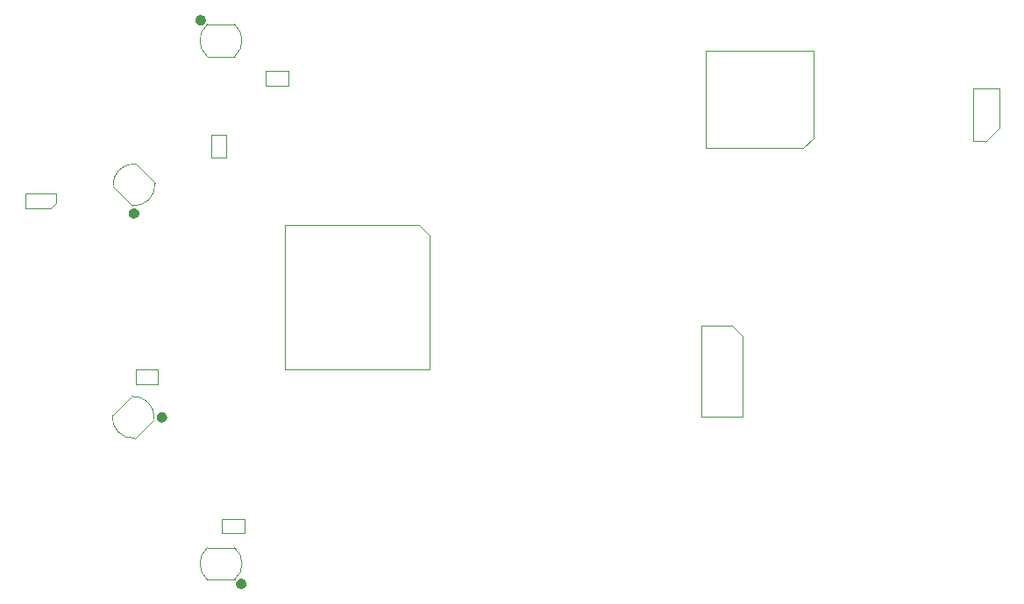
<source format=gbr>
G04 DipTrace 5.1.0.3*
G04 Íèæíÿÿãðàôèêà.gbr*
%MOMM*%
G04 #@! TF.FileFunction,Drawing,Bot*
G04 #@! TF.Part,Single*
%ADD10C,0.12*%
%FSLAX35Y35*%
G04*
G71*
G90*
G75*
G01*
G04 BotAssy*
%LPD*%
X10509740Y6056613D2*
D10*
X10636740Y6056620D1*
X10763733Y6183627D1*
X10763712Y6564627D1*
X10509712Y6564613D1*
X10509740Y6056613D1*
X8970176Y6921316D2*
X7928176Y6921237D1*
X7928248Y5981237D1*
X8870248Y5981309D1*
X8970240Y6081316D1*
X8970176Y6921316D1*
X2199439Y3397170D2*
X2384828Y3582560D1*
G36*
X2643377Y3415619D2*
X2648294Y3419931D1*
X2653733Y3423565D1*
X2659598Y3426457D1*
X2665792Y3428560D1*
X2672206Y3429836D1*
X2678733Y3430263D1*
X2685259Y3429836D1*
X2691673Y3428560D1*
X2697867Y3426457D1*
X2703733Y3423565D1*
X2709171Y3419931D1*
X2714088Y3415619D1*
X2718400Y3410701D1*
X2722034Y3405263D1*
X2724927Y3399398D1*
X2727029Y3393204D1*
X2728305Y3386790D1*
X2728733Y3380263D1*
X2728305Y3373737D1*
X2727029Y3367322D1*
X2724927Y3361129D1*
X2722034Y3355263D1*
X2718400Y3349825D1*
X2714088Y3344908D1*
D1*
X2709171Y3340596D1*
X2703733Y3336962D1*
X2697867Y3334069D1*
X2691673Y3331967D1*
X2685259Y3330691D1*
X2678733Y3330263D1*
X2672206Y3330691D1*
X2665792Y3331967D1*
X2659598Y3334069D1*
X2653733Y3336962D1*
X2648294Y3340596D1*
X2643377Y3344908D1*
X2639065Y3349825D1*
X2635431Y3355263D1*
X2632539Y3361129D1*
X2630436Y3367322D1*
X2629160Y3373737D1*
X2628733Y3380263D1*
X2629160Y3386790D1*
X2630436Y3393204D1*
X2632539Y3399398D1*
X2635431Y3405263D1*
X2639065Y3410701D1*
X2643377Y3415619D1*
D1*
G37*
X2604029Y3363354D2*
D10*
X2418642Y3177967D1*
X2604029Y3363354D2*
G03X2384828Y3582560I-200771J18434D01*
G01*
X2418642Y3177967D2*
G02X2199439Y3397170I-17435J201768D01*
G01*
X2425939Y5831561D2*
X2611332Y5646177D1*
G36*
X2444398Y5387624D2*
X2448710Y5382707D1*
X2452344Y5377269D1*
X2455237Y5371403D1*
X2457339Y5365210D1*
X2458615Y5358795D1*
X2459043Y5352269D1*
X2458615Y5345742D1*
X2457340Y5339328D1*
X2455238Y5333134D1*
X2452345Y5327269D1*
X2448711Y5321830D1*
X2444399Y5316913D1*
X2439482Y5312601D1*
X2434044Y5308967D1*
X2428178Y5306074D1*
X2421985Y5303972D1*
X2415571Y5302695D1*
X2409044Y5302268D1*
X2402518Y5302695D1*
X2396103Y5303971D1*
X2389910Y5306073D1*
X2384044Y5308966D1*
X2378606Y5312599D1*
X2373689Y5316911D1*
D1*
X2369376Y5321828D1*
X2365742Y5327266D1*
X2362850Y5333132D1*
X2360747Y5339325D1*
X2359471Y5345740D1*
X2359043Y5352266D1*
X2359471Y5358793D1*
X2360746Y5365207D1*
X2362849Y5371401D1*
X2365741Y5377266D1*
X2369375Y5382705D1*
X2373687Y5387622D1*
X2378604Y5391934D1*
X2384042Y5395568D1*
X2389908Y5398461D1*
X2396101Y5400563D1*
X2402516Y5401840D1*
X2409042Y5402268D1*
X2415568Y5401840D1*
X2421983Y5400564D1*
X2428176Y5398462D1*
X2434042Y5395569D1*
X2439480Y5391936D1*
X2444398Y5387624D1*
D1*
G37*
X2392132Y5426971D2*
D10*
X2206741Y5612353D1*
X2392132Y5426971D2*
G03X2611332Y5646177I18429J200772D01*
G01*
X2206741Y5612353D2*
G02X2425939Y5831561I201768J17440D01*
G01*
X3118043Y2120060D2*
X3380223Y2120067D1*
G36*
X3445007Y1819202D2*
X3451533Y1818774D1*
X3457948Y1817498D1*
X3464141Y1815396D1*
X3470007Y1812503D1*
X3475445Y1808870D1*
X3480363Y1804558D1*
X3484675Y1799641D1*
X3488309Y1794203D1*
X3491202Y1788337D1*
X3493304Y1782144D1*
X3494580Y1775729D1*
X3495008Y1769203D1*
X3494581Y1762677D1*
X3493305Y1756262D1*
X3491203Y1750069D1*
X3488310Y1744203D1*
X3484677Y1738765D1*
X3480364Y1733847D1*
X3475447Y1729535D1*
X3470009Y1725901D1*
X3464144Y1723008D1*
X3457950Y1720906D1*
X3451536Y1719630D1*
X3445010Y1719202D1*
D1*
X3438483Y1719629D1*
X3432069Y1720905D1*
X3425875Y1723007D1*
X3420009Y1725900D1*
X3414571Y1729533D1*
X3409654Y1733845D1*
X3405341Y1738762D1*
X3401708Y1744200D1*
X3398815Y1750066D1*
X3396712Y1756259D1*
X3395436Y1762674D1*
X3395008Y1769200D1*
X3395436Y1775727D1*
X3396712Y1782141D1*
X3398814Y1788335D1*
X3401706Y1794200D1*
X3405340Y1799639D1*
X3409652Y1804556D1*
X3414569Y1808868D1*
X3420007Y1812502D1*
X3425873Y1815395D1*
X3432066Y1817498D1*
X3438481Y1818774D1*
X3445007Y1819202D1*
D1*
G37*
X3380227Y1810067D2*
D10*
X3118051Y1810060D1*
X3380227Y1810067D2*
G03X3380223Y2120067I-128936J154998D01*
G01*
X3118051Y1810060D2*
G02X3118043Y2120060I130339J155003D01*
G01*
X3380230Y6869866D2*
X3118050Y6869861D1*
G36*
X3053267Y7170727D2*
X3046741Y7171154D1*
X3040326Y7172430D1*
X3034133Y7174532D1*
X3028267Y7177425D1*
X3022829Y7181058D1*
X3017912Y7185371D1*
X3013599Y7190288D1*
X3009966Y7195726D1*
X3007073Y7201592D1*
X3004970Y7207785D1*
X3003694Y7214199D1*
X3003267Y7220726D1*
X3003694Y7227252D1*
X3004970Y7233667D1*
X3007072Y7239860D1*
X3009965Y7245726D1*
X3013598Y7251164D1*
X3017911Y7256081D1*
X3022828Y7260394D1*
X3028266Y7264027D1*
X3034132Y7266920D1*
X3040325Y7269023D1*
X3046739Y7270299D1*
X3053266Y7270727D1*
D1*
X3059792Y7270299D1*
X3066207Y7269023D1*
X3072400Y7266921D1*
X3078266Y7264028D1*
X3083704Y7260395D1*
X3088621Y7256083D1*
X3092934Y7251165D1*
X3096567Y7245727D1*
X3099460Y7239862D1*
X3101563Y7233668D1*
X3102839Y7227254D1*
X3103267Y7220727D1*
X3102839Y7214201D1*
X3101563Y7207786D1*
X3099461Y7201593D1*
X3096568Y7195727D1*
X3092935Y7190289D1*
X3088623Y7185372D1*
X3083705Y7181059D1*
X3078267Y7177426D1*
X3072402Y7174533D1*
X3066208Y7172431D1*
X3059794Y7171154D1*
X3053267Y7170727D1*
D1*
G37*
X3118047Y7179861D2*
D10*
X3380224Y7179866D1*
X3118047Y7179861D2*
G03X3118050Y6869861I128935J-154999D01*
G01*
X3380224Y7179866D2*
G02X3380230Y6869866I-130340J-155002D01*
G01*
X1609970Y5404063D2*
X1656637Y5450730D1*
Y5544063D1*
X1356637D1*
Y5404063D1*
X1609970D1*
X3261034Y2396959D2*
X3261040Y2256959D1*
X3477040Y2256968D1*
X3477034Y2396968D1*
X3261034Y2396959D1*
X3297132Y6109466D2*
X3157132Y6109461D1*
X3157141Y5893461D1*
X3297141Y5893466D1*
X3297132Y6109466D1*
X3684033Y6729457D2*
X3684041Y6589457D1*
X3900041Y6589470D1*
X3900033Y6729470D1*
X3684033Y6729457D1*
X2423235Y3839560D2*
X2423239Y3699560D1*
X2639239Y3699567D1*
X2639235Y3839567D1*
X2423235Y3839560D1*
X3865210Y5240603D2*
Y3840603D1*
X5265210D1*
Y5140603D1*
X5165210Y5240603D1*
X3865210D1*
X7888793Y4266037D2*
Y3390037D1*
X8288793D1*
Y4166037D1*
X8188793Y4266037D1*
X7888793D1*
M02*

</source>
